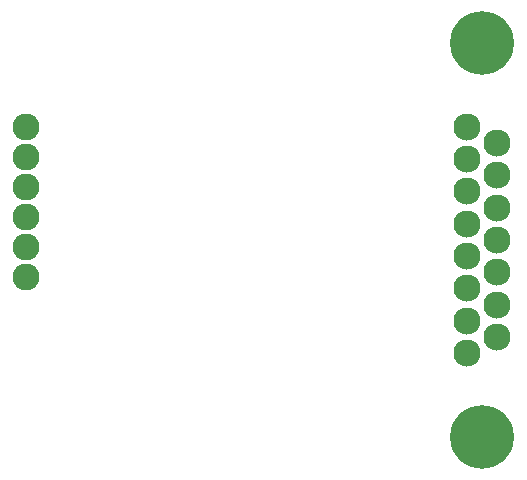
<source format=gts>
G04 project-name*
%FSLAX35Y35*%
%MOMM*%
G04 conn1.1(1)*
%LPD*%
%ADD10C,2.29*%
D10*
X-7144750Y20000000D02*
D03*

G04 conn1.2(2)*
%LPD*%
D10*
X-7144750Y19746000D02*
D03*

G04 conn1.3(3)*
%LPD*%
D10*
X-7144750Y19492000D02*
D03*

G04 conn1.4(4)*
%LPD*%
D10*
X-7144750Y19238000D02*
D03*

G04 conn1.5(5)*
%LPD*%
D10*
X-7144750Y18984000D02*
D03*

G04 conn1.6(6)*
%LPD*%
D10*
X-7144750Y18730000D02*
D03*

G04 c1.clk-(1)*
%LPD*%
%ADD11C,2.3*%
D11*
X-3408916Y20000000D02*
D03*

G04 c1.sync-(2)*
%LPD*%
D11*
X-3408916Y19725999D02*
D03*

G04 c1.x-(3)*
%LPD*%
D11*
X-3408916Y19452000D02*
D03*

G04 c1.y-(4)*
%LPD*%
D11*
X-3408916Y19177999D02*
D03*

G04 c1.y_stat-(5)*
%LPD*%
D11*
X-3408916Y18904000D02*
D03*

G04 c1.x_stat-(6)*
%LPD*%
D11*
X-3408916Y18629999D02*
D03*

G04 c1.nc(7)*
%LPD*%
D11*
X-3408916Y18356000D02*
D03*

G04 c1.nc(8)*
%LPD*%
D11*
X-3408916Y18081999D02*
D03*

G04 c1.clk+(9)*
%LPD*%
D11*
X-3154916Y19863000D02*
D03*

G04 c1.sync+(10)*
%LPD*%
D11*
X-3154916Y19588999D02*
D03*

G04 c1.x+(11)*
%LPD*%
D11*
X-3154916Y19315000D02*
D03*

G04 c1.y+(12)*
%LPD*%
D11*
X-3154916Y19040999D02*
D03*

G04 c1.y_stat+(13)*
%LPD*%
D11*
X-3154916Y18767000D02*
D03*

G04 c1.x_stat+(14)*
%LPD*%
D11*
X-3154916Y18493000D02*
D03*

G04 c1.nc(15)*
%LPD*%
D11*
X-3154916Y18219000D02*
D03*

G04 c1.S(S)*
%LPD*%
%ADD12C,5.4*%
D12*
X-3281916Y20707000D02*
D03*

G04 c1.S(S)*
%LPD*%
D12*
X-3281916Y17374999D02*
D03*

M02*
</source>
